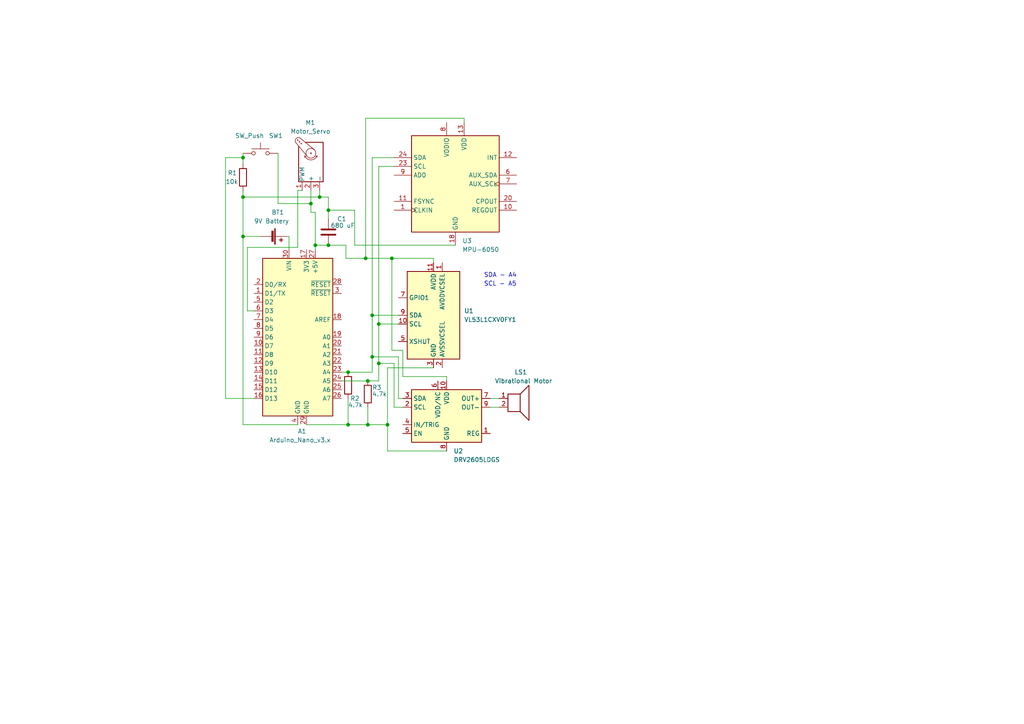
<source format=kicad_sch>
(kicad_sch (version 20211123) (generator eeschema)

  (uuid f8b485b0-0053-45ff-acaa-062e10357a2c)

  (paper "A4")

  (lib_symbols
    (symbol "Device:Battery_Cell" (pin_numbers hide) (pin_names (offset 0) hide) (in_bom yes) (on_board yes)
      (property "Reference" "BT" (id 0) (at 2.54 2.54 0)
        (effects (font (size 1.27 1.27)) (justify left))
      )
      (property "Value" "Battery_Cell" (id 1) (at 2.54 0 0)
        (effects (font (size 1.27 1.27)) (justify left))
      )
      (property "Footprint" "" (id 2) (at 0 1.524 90)
        (effects (font (size 1.27 1.27)) hide)
      )
      (property "Datasheet" "~" (id 3) (at 0 1.524 90)
        (effects (font (size 1.27 1.27)) hide)
      )
      (property "ki_keywords" "battery cell" (id 4) (at 0 0 0)
        (effects (font (size 1.27 1.27)) hide)
      )
      (property "ki_description" "Single-cell battery" (id 5) (at 0 0 0)
        (effects (font (size 1.27 1.27)) hide)
      )
      (symbol "Battery_Cell_0_1"
        (rectangle (start -2.286 1.778) (end 2.286 1.524)
          (stroke (width 0) (type default) (color 0 0 0 0))
          (fill (type outline))
        )
        (rectangle (start -1.5748 1.1938) (end 1.4732 0.6858)
          (stroke (width 0) (type default) (color 0 0 0 0))
          (fill (type outline))
        )
        (polyline
          (pts
            (xy 0 0.762)
            (xy 0 0)
          )
          (stroke (width 0) (type default) (color 0 0 0 0))
          (fill (type none))
        )
        (polyline
          (pts
            (xy 0 1.778)
            (xy 0 2.54)
          )
          (stroke (width 0) (type default) (color 0 0 0 0))
          (fill (type none))
        )
        (polyline
          (pts
            (xy 0.508 3.429)
            (xy 1.524 3.429)
          )
          (stroke (width 0.254) (type default) (color 0 0 0 0))
          (fill (type none))
        )
        (polyline
          (pts
            (xy 1.016 3.937)
            (xy 1.016 2.921)
          )
          (stroke (width 0.254) (type default) (color 0 0 0 0))
          (fill (type none))
        )
      )
      (symbol "Battery_Cell_1_1"
        (pin passive line (at 0 5.08 270) (length 2.54)
          (name "+" (effects (font (size 1.27 1.27))))
          (number "1" (effects (font (size 1.27 1.27))))
        )
        (pin passive line (at 0 -2.54 90) (length 2.54)
          (name "-" (effects (font (size 1.27 1.27))))
          (number "2" (effects (font (size 1.27 1.27))))
        )
      )
    )
    (symbol "Device:C" (pin_numbers hide) (pin_names (offset 0.254)) (in_bom yes) (on_board yes)
      (property "Reference" "C" (id 0) (at 0.635 2.54 0)
        (effects (font (size 1.27 1.27)) (justify left))
      )
      (property "Value" "C" (id 1) (at 0.635 -2.54 0)
        (effects (font (size 1.27 1.27)) (justify left))
      )
      (property "Footprint" "" (id 2) (at 0.9652 -3.81 0)
        (effects (font (size 1.27 1.27)) hide)
      )
      (property "Datasheet" "~" (id 3) (at 0 0 0)
        (effects (font (size 1.27 1.27)) hide)
      )
      (property "ki_keywords" "cap capacitor" (id 4) (at 0 0 0)
        (effects (font (size 1.27 1.27)) hide)
      )
      (property "ki_description" "Unpolarized capacitor" (id 5) (at 0 0 0)
        (effects (font (size 1.27 1.27)) hide)
      )
      (property "ki_fp_filters" "C_*" (id 6) (at 0 0 0)
        (effects (font (size 1.27 1.27)) hide)
      )
      (symbol "C_0_1"
        (polyline
          (pts
            (xy -2.032 -0.762)
            (xy 2.032 -0.762)
          )
          (stroke (width 0.508) (type default) (color 0 0 0 0))
          (fill (type none))
        )
        (polyline
          (pts
            (xy -2.032 0.762)
            (xy 2.032 0.762)
          )
          (stroke (width 0.508) (type default) (color 0 0 0 0))
          (fill (type none))
        )
      )
      (symbol "C_1_1"
        (pin passive line (at 0 3.81 270) (length 2.794)
          (name "~" (effects (font (size 1.27 1.27))))
          (number "1" (effects (font (size 1.27 1.27))))
        )
        (pin passive line (at 0 -3.81 90) (length 2.794)
          (name "~" (effects (font (size 1.27 1.27))))
          (number "2" (effects (font (size 1.27 1.27))))
        )
      )
    )
    (symbol "Device:R" (pin_numbers hide) (pin_names (offset 0)) (in_bom yes) (on_board yes)
      (property "Reference" "R" (id 0) (at 2.032 0 90)
        (effects (font (size 1.27 1.27)))
      )
      (property "Value" "R" (id 1) (at 0 0 90)
        (effects (font (size 1.27 1.27)))
      )
      (property "Footprint" "" (id 2) (at -1.778 0 90)
        (effects (font (size 1.27 1.27)) hide)
      )
      (property "Datasheet" "~" (id 3) (at 0 0 0)
        (effects (font (size 1.27 1.27)) hide)
      )
      (property "ki_keywords" "R res resistor" (id 4) (at 0 0 0)
        (effects (font (size 1.27 1.27)) hide)
      )
      (property "ki_description" "Resistor" (id 5) (at 0 0 0)
        (effects (font (size 1.27 1.27)) hide)
      )
      (property "ki_fp_filters" "R_*" (id 6) (at 0 0 0)
        (effects (font (size 1.27 1.27)) hide)
      )
      (symbol "R_0_1"
        (rectangle (start -1.016 -2.54) (end 1.016 2.54)
          (stroke (width 0.254) (type default) (color 0 0 0 0))
          (fill (type none))
        )
      )
      (symbol "R_1_1"
        (pin passive line (at 0 3.81 270) (length 1.27)
          (name "~" (effects (font (size 1.27 1.27))))
          (number "1" (effects (font (size 1.27 1.27))))
        )
        (pin passive line (at 0 -3.81 90) (length 1.27)
          (name "~" (effects (font (size 1.27 1.27))))
          (number "2" (effects (font (size 1.27 1.27))))
        )
      )
    )
    (symbol "Device:Speaker" (pin_names (offset 0) hide) (in_bom yes) (on_board yes)
      (property "Reference" "LS" (id 0) (at 1.27 5.715 0)
        (effects (font (size 1.27 1.27)) (justify right))
      )
      (property "Value" "Speaker" (id 1) (at 1.27 3.81 0)
        (effects (font (size 1.27 1.27)) (justify right))
      )
      (property "Footprint" "" (id 2) (at 0 -5.08 0)
        (effects (font (size 1.27 1.27)) hide)
      )
      (property "Datasheet" "~" (id 3) (at -0.254 -1.27 0)
        (effects (font (size 1.27 1.27)) hide)
      )
      (property "ki_keywords" "speaker sound" (id 4) (at 0 0 0)
        (effects (font (size 1.27 1.27)) hide)
      )
      (property "ki_description" "Speaker" (id 5) (at 0 0 0)
        (effects (font (size 1.27 1.27)) hide)
      )
      (symbol "Speaker_0_0"
        (rectangle (start -2.54 1.27) (end 1.016 -3.81)
          (stroke (width 0.254) (type default) (color 0 0 0 0))
          (fill (type none))
        )
        (polyline
          (pts
            (xy 1.016 1.27)
            (xy 3.556 3.81)
            (xy 3.556 -6.35)
            (xy 1.016 -3.81)
          )
          (stroke (width 0.254) (type default) (color 0 0 0 0))
          (fill (type none))
        )
      )
      (symbol "Speaker_1_1"
        (pin input line (at -5.08 0 0) (length 2.54)
          (name "1" (effects (font (size 1.27 1.27))))
          (number "1" (effects (font (size 1.27 1.27))))
        )
        (pin input line (at -5.08 -2.54 0) (length 2.54)
          (name "2" (effects (font (size 1.27 1.27))))
          (number "2" (effects (font (size 1.27 1.27))))
        )
      )
    )
    (symbol "Driver_Haptic:DRV2605LDGS" (in_bom yes) (on_board yes)
      (property "Reference" "U" (id 0) (at -10.16 8.255 0)
        (effects (font (size 1.27 1.27)) (justify left bottom))
      )
      (property "Value" "DRV2605LDGS" (id 1) (at 2.54 -8.89 0)
        (effects (font (size 1.27 1.27)) (justify left top))
      )
      (property "Footprint" "Package_SO:VSSOP-10_3x3mm_P0.5mm" (id 2) (at 0 0 0)
        (effects (font (size 1.27 1.27) italic) hide)
      )
      (property "Datasheet" "http://www.ti.com/lit/ds/symlink/drv2605l.pdf" (id 3) (at 0 0 0)
        (effects (font (size 1.27 1.27)) hide)
      )
      (property "ki_keywords" "haptic driver i2c" (id 4) (at 0 0 0)
        (effects (font (size 1.27 1.27)) hide)
      )
      (property "ki_description" "Haptic driver for LRAs and ERMs with effect library, 2-5.2V, VSSOP-10" (id 5) (at 0 0 0)
        (effects (font (size 1.27 1.27)) hide)
      )
      (property "ki_fp_filters" "VSSOP*3x3mm*P0.5mm*" (id 6) (at 0 0 0)
        (effects (font (size 1.27 1.27)) hide)
      )
      (symbol "DRV2605LDGS_0_1"
        (rectangle (start -10.16 7.62) (end 10.16 -7.62)
          (stroke (width 0.254) (type default) (color 0 0 0 0))
          (fill (type background))
        )
      )
      (symbol "DRV2605LDGS_1_1"
        (pin passive line (at 12.7 -5.08 180) (length 2.54)
          (name "REG" (effects (font (size 1.27 1.27))))
          (number "1" (effects (font (size 1.27 1.27))))
        )
        (pin power_in line (at 0 10.16 270) (length 2.54)
          (name "VDD" (effects (font (size 1.27 1.27))))
          (number "10" (effects (font (size 1.27 1.27))))
        )
        (pin input line (at -12.7 2.54 0) (length 2.54)
          (name "SCL" (effects (font (size 1.27 1.27))))
          (number "2" (effects (font (size 1.27 1.27))))
        )
        (pin bidirectional line (at -12.7 5.08 0) (length 2.54)
          (name "SDA" (effects (font (size 1.27 1.27))))
          (number "3" (effects (font (size 1.27 1.27))))
        )
        (pin input line (at -12.7 -2.54 0) (length 2.54)
          (name "IN/TRIG" (effects (font (size 1.27 1.27))))
          (number "4" (effects (font (size 1.27 1.27))))
        )
        (pin input line (at -12.7 -5.08 0) (length 2.54)
          (name "EN" (effects (font (size 1.27 1.27))))
          (number "5" (effects (font (size 1.27 1.27))))
        )
        (pin power_in line (at -2.54 10.16 270) (length 2.54)
          (name "VDD/NC" (effects (font (size 1.27 1.27))))
          (number "6" (effects (font (size 1.27 1.27))))
        )
        (pin output line (at 12.7 5.08 180) (length 2.54)
          (name "OUT+" (effects (font (size 1.27 1.27))))
          (number "7" (effects (font (size 1.27 1.27))))
        )
        (pin power_in line (at 0 -10.16 90) (length 2.54)
          (name "GND" (effects (font (size 1.27 1.27))))
          (number "8" (effects (font (size 1.27 1.27))))
        )
        (pin output line (at 12.7 2.54 180) (length 2.54)
          (name "OUT-" (effects (font (size 1.27 1.27))))
          (number "9" (effects (font (size 1.27 1.27))))
        )
      )
    )
    (symbol "MCU_Module:Arduino_Nano_v3.x" (in_bom yes) (on_board yes)
      (property "Reference" "A" (id 0) (at -10.16 23.495 0)
        (effects (font (size 1.27 1.27)) (justify left bottom))
      )
      (property "Value" "Arduino_Nano_v3.x" (id 1) (at 5.08 -24.13 0)
        (effects (font (size 1.27 1.27)) (justify left top))
      )
      (property "Footprint" "Module:Arduino_Nano" (id 2) (at 0 0 0)
        (effects (font (size 1.27 1.27) italic) hide)
      )
      (property "Datasheet" "http://www.mouser.com/pdfdocs/Gravitech_Arduino_Nano3_0.pdf" (id 3) (at 0 0 0)
        (effects (font (size 1.27 1.27)) hide)
      )
      (property "ki_keywords" "Arduino nano microcontroller module USB" (id 4) (at 0 0 0)
        (effects (font (size 1.27 1.27)) hide)
      )
      (property "ki_description" "Arduino Nano v3.x" (id 5) (at 0 0 0)
        (effects (font (size 1.27 1.27)) hide)
      )
      (property "ki_fp_filters" "Arduino*Nano*" (id 6) (at 0 0 0)
        (effects (font (size 1.27 1.27)) hide)
      )
      (symbol "Arduino_Nano_v3.x_0_1"
        (rectangle (start -10.16 22.86) (end 10.16 -22.86)
          (stroke (width 0.254) (type default) (color 0 0 0 0))
          (fill (type background))
        )
      )
      (symbol "Arduino_Nano_v3.x_1_1"
        (pin bidirectional line (at -12.7 12.7 0) (length 2.54)
          (name "D1/TX" (effects (font (size 1.27 1.27))))
          (number "1" (effects (font (size 1.27 1.27))))
        )
        (pin bidirectional line (at -12.7 -2.54 0) (length 2.54)
          (name "D7" (effects (font (size 1.27 1.27))))
          (number "10" (effects (font (size 1.27 1.27))))
        )
        (pin bidirectional line (at -12.7 -5.08 0) (length 2.54)
          (name "D8" (effects (font (size 1.27 1.27))))
          (number "11" (effects (font (size 1.27 1.27))))
        )
        (pin bidirectional line (at -12.7 -7.62 0) (length 2.54)
          (name "D9" (effects (font (size 1.27 1.27))))
          (number "12" (effects (font (size 1.27 1.27))))
        )
        (pin bidirectional line (at -12.7 -10.16 0) (length 2.54)
          (name "D10" (effects (font (size 1.27 1.27))))
          (number "13" (effects (font (size 1.27 1.27))))
        )
        (pin bidirectional line (at -12.7 -12.7 0) (length 2.54)
          (name "D11" (effects (font (size 1.27 1.27))))
          (number "14" (effects (font (size 1.27 1.27))))
        )
        (pin bidirectional line (at -12.7 -15.24 0) (length 2.54)
          (name "D12" (effects (font (size 1.27 1.27))))
          (number "15" (effects (font (size 1.27 1.27))))
        )
        (pin bidirectional line (at -12.7 -17.78 0) (length 2.54)
          (name "D13" (effects (font (size 1.27 1.27))))
          (number "16" (effects (font (size 1.27 1.27))))
        )
        (pin power_out line (at 2.54 25.4 270) (length 2.54)
          (name "3V3" (effects (font (size 1.27 1.27))))
          (number "17" (effects (font (size 1.27 1.27))))
        )
        (pin input line (at 12.7 5.08 180) (length 2.54)
          (name "AREF" (effects (font (size 1.27 1.27))))
          (number "18" (effects (font (size 1.27 1.27))))
        )
        (pin bidirectional line (at 12.7 0 180) (length 2.54)
          (name "A0" (effects (font (size 1.27 1.27))))
          (number "19" (effects (font (size 1.27 1.27))))
        )
        (pin bidirectional line (at -12.7 15.24 0) (length 2.54)
          (name "D0/RX" (effects (font (size 1.27 1.27))))
          (number "2" (effects (font (size 1.27 1.27))))
        )
        (pin bidirectional line (at 12.7 -2.54 180) (length 2.54)
          (name "A1" (effects (font (size 1.27 1.27))))
          (number "20" (effects (font (size 1.27 1.27))))
        )
        (pin bidirectional line (at 12.7 -5.08 180) (length 2.54)
          (name "A2" (effects (font (size 1.27 1.27))))
          (number "21" (effects (font (size 1.27 1.27))))
        )
        (pin bidirectional line (at 12.7 -7.62 180) (length 2.54)
          (name "A3" (effects (font (size 1.27 1.27))))
          (number "22" (effects (font (size 1.27 1.27))))
        )
        (pin bidirectional line (at 12.7 -10.16 180) (length 2.54)
          (name "A4" (effects (font (size 1.27 1.27))))
          (number "23" (effects (font (size 1.27 1.27))))
        )
        (pin bidirectional line (at 12.7 -12.7 180) (length 2.54)
          (name "A5" (effects (font (size 1.27 1.27))))
          (number "24" (effects (font (size 1.27 1.27))))
        )
        (pin bidirectional line (at 12.7 -15.24 180) (length 2.54)
          (name "A6" (effects (font (size 1.27 1.27))))
          (number "25" (effects (font (size 1.27 1.27))))
        )
        (pin bidirectional line (at 12.7 -17.78 180) (length 2.54)
          (name "A7" (effects (font (size 1.27 1.27))))
          (number "26" (effects (font (size 1.27 1.27))))
        )
        (pin power_out line (at 5.08 25.4 270) (length 2.54)
          (name "+5V" (effects (font (size 1.27 1.27))))
          (number "27" (effects (font (size 1.27 1.27))))
        )
        (pin input line (at 12.7 15.24 180) (length 2.54)
          (name "~{RESET}" (effects (font (size 1.27 1.27))))
          (number "28" (effects (font (size 1.27 1.27))))
        )
        (pin power_in line (at 2.54 -25.4 90) (length 2.54)
          (name "GND" (effects (font (size 1.27 1.27))))
          (number "29" (effects (font (size 1.27 1.27))))
        )
        (pin input line (at 12.7 12.7 180) (length 2.54)
          (name "~{RESET}" (effects (font (size 1.27 1.27))))
          (number "3" (effects (font (size 1.27 1.27))))
        )
        (pin power_in line (at -2.54 25.4 270) (length 2.54)
          (name "VIN" (effects (font (size 1.27 1.27))))
          (number "30" (effects (font (size 1.27 1.27))))
        )
        (pin power_in line (at 0 -25.4 90) (length 2.54)
          (name "GND" (effects (font (size 1.27 1.27))))
          (number "4" (effects (font (size 1.27 1.27))))
        )
        (pin bidirectional line (at -12.7 10.16 0) (length 2.54)
          (name "D2" (effects (font (size 1.27 1.27))))
          (number "5" (effects (font (size 1.27 1.27))))
        )
        (pin bidirectional line (at -12.7 7.62 0) (length 2.54)
          (name "D3" (effects (font (size 1.27 1.27))))
          (number "6" (effects (font (size 1.27 1.27))))
        )
        (pin bidirectional line (at -12.7 5.08 0) (length 2.54)
          (name "D4" (effects (font (size 1.27 1.27))))
          (number "7" (effects (font (size 1.27 1.27))))
        )
        (pin bidirectional line (at -12.7 2.54 0) (length 2.54)
          (name "D5" (effects (font (size 1.27 1.27))))
          (number "8" (effects (font (size 1.27 1.27))))
        )
        (pin bidirectional line (at -12.7 0 0) (length 2.54)
          (name "D6" (effects (font (size 1.27 1.27))))
          (number "9" (effects (font (size 1.27 1.27))))
        )
      )
    )
    (symbol "Motor:Motor_Servo" (pin_names (offset 0.0254)) (in_bom yes) (on_board yes)
      (property "Reference" "M" (id 0) (at -5.08 4.445 0)
        (effects (font (size 1.27 1.27)) (justify left))
      )
      (property "Value" "Motor_Servo" (id 1) (at -5.08 -4.064 0)
        (effects (font (size 1.27 1.27)) (justify left top))
      )
      (property "Footprint" "" (id 2) (at 0 -4.826 0)
        (effects (font (size 1.27 1.27)) hide)
      )
      (property "Datasheet" "http://forums.parallax.com/uploads/attachments/46831/74481.png" (id 3) (at 0 -4.826 0)
        (effects (font (size 1.27 1.27)) hide)
      )
      (property "ki_keywords" "Servo Motor" (id 4) (at 0 0 0)
        (effects (font (size 1.27 1.27)) hide)
      )
      (property "ki_description" "Servo Motor (Futaba, HiTec, JR connector)" (id 5) (at 0 0 0)
        (effects (font (size 1.27 1.27)) hide)
      )
      (property "ki_fp_filters" "PinHeader*P2.54mm*" (id 6) (at 0 0 0)
        (effects (font (size 1.27 1.27)) hide)
      )
      (symbol "Motor_Servo_0_1"
        (polyline
          (pts
            (xy 2.413 -1.778)
            (xy 2.032 -1.778)
          )
          (stroke (width 0) (type default) (color 0 0 0 0))
          (fill (type none))
        )
        (polyline
          (pts
            (xy 2.413 -1.778)
            (xy 2.286 -1.397)
          )
          (stroke (width 0) (type default) (color 0 0 0 0))
          (fill (type none))
        )
        (polyline
          (pts
            (xy 2.413 1.778)
            (xy 1.905 1.778)
          )
          (stroke (width 0) (type default) (color 0 0 0 0))
          (fill (type none))
        )
        (polyline
          (pts
            (xy 2.413 1.778)
            (xy 2.286 1.397)
          )
          (stroke (width 0) (type default) (color 0 0 0 0))
          (fill (type none))
        )
        (polyline
          (pts
            (xy 6.35 4.445)
            (xy 2.54 1.27)
          )
          (stroke (width 0) (type default) (color 0 0 0 0))
          (fill (type none))
        )
        (polyline
          (pts
            (xy 7.62 3.175)
            (xy 4.191 -1.016)
          )
          (stroke (width 0) (type default) (color 0 0 0 0))
          (fill (type none))
        )
        (polyline
          (pts
            (xy 5.08 3.556)
            (xy -5.08 3.556)
            (xy -5.08 -3.556)
            (xy 6.35 -3.556)
            (xy 6.35 1.524)
          )
          (stroke (width 0.254) (type default) (color 0 0 0 0))
          (fill (type none))
        )
        (arc (start 2.413 1.778) (mid 1.2406 0) (end 2.413 -1.778)
          (stroke (width 0) (type default) (color 0 0 0 0))
          (fill (type none))
        )
        (circle (center 3.175 0) (radius 0.1778)
          (stroke (width 0) (type default) (color 0 0 0 0))
          (fill (type none))
        )
        (circle (center 3.175 0) (radius 1.4224)
          (stroke (width 0) (type default) (color 0 0 0 0))
          (fill (type none))
        )
        (circle (center 5.969 2.794) (radius 0.127)
          (stroke (width 0) (type default) (color 0 0 0 0))
          (fill (type none))
        )
        (circle (center 6.477 3.302) (radius 0.127)
          (stroke (width 0) (type default) (color 0 0 0 0))
          (fill (type none))
        )
        (circle (center 6.985 3.81) (radius 0.127)
          (stroke (width 0) (type default) (color 0 0 0 0))
          (fill (type none))
        )
        (arc (start 7.62 3.175) (mid 7.4485 4.2735) (end 6.35 4.445)
          (stroke (width 0) (type default) (color 0 0 0 0))
          (fill (type none))
        )
      )
      (symbol "Motor_Servo_1_1"
        (pin passive line (at -7.62 2.54 0) (length 2.54)
          (name "PWM" (effects (font (size 1.27 1.27))))
          (number "1" (effects (font (size 1.27 1.27))))
        )
        (pin passive line (at -7.62 0 0) (length 2.54)
          (name "+" (effects (font (size 1.27 1.27))))
          (number "2" (effects (font (size 1.27 1.27))))
        )
        (pin passive line (at -7.62 -2.54 0) (length 2.54)
          (name "-" (effects (font (size 1.27 1.27))))
          (number "3" (effects (font (size 1.27 1.27))))
        )
      )
    )
    (symbol "Sensor_Distance:VL53L1CXV0FY1" (in_bom yes) (on_board yes)
      (property "Reference" "U" (id 0) (at -6.35 13.97 0)
        (effects (font (size 1.27 1.27)))
      )
      (property "Value" "VL53L1CXV0FY1" (id 1) (at 12.065 13.97 0)
        (effects (font (size 1.27 1.27)))
      )
      (property "Footprint" "Sensor_Distance:ST_VL53L1x" (id 2) (at 17.145 -13.97 0)
        (effects (font (size 1.27 1.27)) hide)
      )
      (property "Datasheet" "https://www.st.com/resource/en/datasheet/vl53l1x.pdf" (id 3) (at 2.54 0 0)
        (effects (font (size 1.27 1.27)) hide)
      )
      (property "ki_keywords" "VL53L1x ToF" (id 4) (at 0 0 0)
        (effects (font (size 1.27 1.27)) hide)
      )
      (property "ki_description" "4m distance ranging ToF sensor" (id 5) (at 0 0 0)
        (effects (font (size 1.27 1.27)) hide)
      )
      (property "ki_fp_filters" "ST*VL53L1x*" (id 6) (at 0 0 0)
        (effects (font (size 1.27 1.27)) hide)
      )
      (symbol "VL53L1CXV0FY1_0_1"
        (rectangle (start -7.62 12.7) (end 7.62 -12.7)
          (stroke (width 0.254) (type default) (color 0 0 0 0))
          (fill (type background))
        )
      )
      (symbol "VL53L1CXV0FY1_1_1"
        (pin power_in line (at 2.54 15.24 270) (length 2.54)
          (name "AVDDVCSEL" (effects (font (size 1.27 1.27))))
          (number "1" (effects (font (size 1.27 1.27))))
        )
        (pin input line (at -10.16 -2.54 0) (length 2.54)
          (name "SCL" (effects (font (size 1.27 1.27))))
          (number "10" (effects (font (size 1.27 1.27))))
        )
        (pin power_in line (at 0 15.24 270) (length 2.54)
          (name "AVDD" (effects (font (size 1.27 1.27))))
          (number "11" (effects (font (size 1.27 1.27))))
        )
        (pin passive line (at 0 -15.24 90) (length 2.54) hide
          (name "GND" (effects (font (size 1.27 1.27))))
          (number "12" (effects (font (size 1.27 1.27))))
        )
        (pin power_in line (at 2.54 -15.24 90) (length 2.54)
          (name "AVSSVCSEL" (effects (font (size 1.27 1.27))))
          (number "2" (effects (font (size 1.27 1.27))))
        )
        (pin power_in line (at 0 -15.24 90) (length 2.54)
          (name "GND" (effects (font (size 1.27 1.27))))
          (number "3" (effects (font (size 1.27 1.27))))
        )
        (pin passive line (at 0 -15.24 90) (length 2.54) hide
          (name "GND" (effects (font (size 1.27 1.27))))
          (number "4" (effects (font (size 1.27 1.27))))
        )
        (pin input line (at -10.16 -7.62 0) (length 2.54)
          (name "XSHUT" (effects (font (size 1.27 1.27))))
          (number "5" (effects (font (size 1.27 1.27))))
        )
        (pin passive line (at 0 -15.24 90) (length 2.54) hide
          (name "GND" (effects (font (size 1.27 1.27))))
          (number "6" (effects (font (size 1.27 1.27))))
        )
        (pin open_collector line (at -10.16 5.08 0) (length 2.54)
          (name "GPIO1" (effects (font (size 1.27 1.27))))
          (number "7" (effects (font (size 1.27 1.27))))
        )
        (pin no_connect line (at -7.62 7.62 0) (length 2.54) hide
          (name "DNC" (effects (font (size 1.27 1.27))))
          (number "8" (effects (font (size 1.27 1.27))))
        )
        (pin bidirectional line (at -10.16 0 0) (length 2.54)
          (name "SDA" (effects (font (size 1.27 1.27))))
          (number "9" (effects (font (size 1.27 1.27))))
        )
      )
    )
    (symbol "Sensor_Motion:MPU-6050" (in_bom yes) (on_board yes)
      (property "Reference" "U" (id 0) (at -11.43 13.97 0)
        (effects (font (size 1.27 1.27)))
      )
      (property "Value" "MPU-6050" (id 1) (at 7.62 -15.24 0)
        (effects (font (size 1.27 1.27)))
      )
      (property "Footprint" "Sensor_Motion:InvenSense_QFN-24_4x4mm_P0.5mm" (id 2) (at 0 -20.32 0)
        (effects (font (size 1.27 1.27)) hide)
      )
      (property "Datasheet" "https://store.invensense.com/datasheets/invensense/MPU-6050_DataSheet_V3%204.pdf" (id 3) (at 0 -3.81 0)
        (effects (font (size 1.27 1.27)) hide)
      )
      (property "ki_keywords" "mems" (id 4) (at 0 0 0)
        (effects (font (size 1.27 1.27)) hide)
      )
      (property "ki_description" "InvenSense 6-Axis Motion Sensor, Gyroscope, Accelerometer, I2C" (id 5) (at 0 0 0)
        (effects (font (size 1.27 1.27)) hide)
      )
      (property "ki_fp_filters" "*QFN*4x4mm*P0.5mm*" (id 6) (at 0 0 0)
        (effects (font (size 1.27 1.27)) hide)
      )
      (symbol "MPU-6050_0_0"
        (text "" (at 12.7 -2.54 0)
          (effects (font (size 1.27 1.27)))
        )
      )
      (symbol "MPU-6050_0_1"
        (rectangle (start -12.7 13.97) (end 12.7 -13.97)
          (stroke (width 0.254) (type default) (color 0 0 0 0))
          (fill (type background))
        )
      )
      (symbol "MPU-6050_1_1"
        (pin input clock (at -17.78 -7.62 0) (length 5.08)
          (name "CLKIN" (effects (font (size 1.27 1.27))))
          (number "1" (effects (font (size 1.27 1.27))))
        )
        (pin passive line (at 17.78 -7.62 180) (length 5.08)
          (name "REGOUT" (effects (font (size 1.27 1.27))))
          (number "10" (effects (font (size 1.27 1.27))))
        )
        (pin input line (at -17.78 -5.08 0) (length 5.08)
          (name "FSYNC" (effects (font (size 1.27 1.27))))
          (number "11" (effects (font (size 1.27 1.27))))
        )
        (pin output line (at 17.78 7.62 180) (length 5.08)
          (name "INT" (effects (font (size 1.27 1.27))))
          (number "12" (effects (font (size 1.27 1.27))))
        )
        (pin power_in line (at 2.54 17.78 270) (length 3.81)
          (name "VDD" (effects (font (size 1.27 1.27))))
          (number "13" (effects (font (size 1.27 1.27))))
        )
        (pin no_connect line (at -12.7 -10.16 0) (length 2.54) hide
          (name "NC" (effects (font (size 1.27 1.27))))
          (number "14" (effects (font (size 1.27 1.27))))
        )
        (pin no_connect line (at 12.7 12.7 180) (length 2.54) hide
          (name "NC" (effects (font (size 1.27 1.27))))
          (number "15" (effects (font (size 1.27 1.27))))
        )
        (pin no_connect line (at 12.7 10.16 180) (length 2.54) hide
          (name "NC" (effects (font (size 1.27 1.27))))
          (number "16" (effects (font (size 1.27 1.27))))
        )
        (pin no_connect line (at 12.7 5.08 180) (length 2.54) hide
          (name "NC" (effects (font (size 1.27 1.27))))
          (number "17" (effects (font (size 1.27 1.27))))
        )
        (pin power_in line (at 0 -17.78 90) (length 3.81)
          (name "GND" (effects (font (size 1.27 1.27))))
          (number "18" (effects (font (size 1.27 1.27))))
        )
        (pin no_connect line (at 12.7 -10.16 180) (length 2.54) hide
          (name "NC" (effects (font (size 1.27 1.27))))
          (number "19" (effects (font (size 1.27 1.27))))
        )
        (pin no_connect line (at -12.7 12.7 0) (length 2.54) hide
          (name "NC" (effects (font (size 1.27 1.27))))
          (number "2" (effects (font (size 1.27 1.27))))
        )
        (pin passive line (at 17.78 -5.08 180) (length 5.08)
          (name "CPOUT" (effects (font (size 1.27 1.27))))
          (number "20" (effects (font (size 1.27 1.27))))
        )
        (pin no_connect line (at 12.7 -2.54 180) (length 2.54) hide
          (name "NC" (effects (font (size 1.27 1.27))))
          (number "21" (effects (font (size 1.27 1.27))))
        )
        (pin no_connect line (at 12.7 -12.7 180) (length 2.54) hide
          (name "NC" (effects (font (size 1.27 1.27))))
          (number "22" (effects (font (size 1.27 1.27))))
        )
        (pin input line (at -17.78 5.08 0) (length 5.08)
          (name "SCL" (effects (font (size 1.27 1.27))))
          (number "23" (effects (font (size 1.27 1.27))))
        )
        (pin bidirectional line (at -17.78 7.62 0) (length 5.08)
          (name "SDA" (effects (font (size 1.27 1.27))))
          (number "24" (effects (font (size 1.27 1.27))))
        )
        (pin no_connect line (at -12.7 10.16 0) (length 2.54) hide
          (name "NC" (effects (font (size 1.27 1.27))))
          (number "3" (effects (font (size 1.27 1.27))))
        )
        (pin no_connect line (at -12.7 0 0) (length 2.54) hide
          (name "NC" (effects (font (size 1.27 1.27))))
          (number "4" (effects (font (size 1.27 1.27))))
        )
        (pin no_connect line (at -12.7 -2.54 0) (length 2.54) hide
          (name "NC" (effects (font (size 1.27 1.27))))
          (number "5" (effects (font (size 1.27 1.27))))
        )
        (pin bidirectional line (at 17.78 2.54 180) (length 5.08)
          (name "AUX_SDA" (effects (font (size 1.27 1.27))))
          (number "6" (effects (font (size 1.27 1.27))))
        )
        (pin output clock (at 17.78 0 180) (length 5.08)
          (name "AUX_SCL" (effects (font (size 1.27 1.27))))
          (number "7" (effects (font (size 1.27 1.27))))
        )
        (pin power_in line (at -2.54 17.78 270) (length 3.81)
          (name "VDDIO" (effects (font (size 1.27 1.27))))
          (number "8" (effects (font (size 1.27 1.27))))
        )
        (pin input line (at -17.78 2.54 0) (length 5.08)
          (name "AD0" (effects (font (size 1.27 1.27))))
          (number "9" (effects (font (size 1.27 1.27))))
        )
      )
    )
    (symbol "Switch:SW_Push" (pin_numbers hide) (pin_names (offset 1.016) hide) (in_bom yes) (on_board yes)
      (property "Reference" "SW" (id 0) (at 1.27 2.54 0)
        (effects (font (size 1.27 1.27)) (justify left))
      )
      (property "Value" "SW_Push" (id 1) (at 0 -1.524 0)
        (effects (font (size 1.27 1.27)))
      )
      (property "Footprint" "" (id 2) (at 0 5.08 0)
        (effects (font (size 1.27 1.27)) hide)
      )
      (property "Datasheet" "~" (id 3) (at 0 5.08 0)
        (effects (font (size 1.27 1.27)) hide)
      )
      (property "ki_keywords" "switch normally-open pushbutton push-button" (id 4) (at 0 0 0)
        (effects (font (size 1.27 1.27)) hide)
      )
      (property "ki_description" "Push button switch, generic, two pins" (id 5) (at 0 0 0)
        (effects (font (size 1.27 1.27)) hide)
      )
      (symbol "SW_Push_0_1"
        (circle (center -2.032 0) (radius 0.508)
          (stroke (width 0) (type default) (color 0 0 0 0))
          (fill (type none))
        )
        (polyline
          (pts
            (xy 0 1.27)
            (xy 0 3.048)
          )
          (stroke (width 0) (type default) (color 0 0 0 0))
          (fill (type none))
        )
        (polyline
          (pts
            (xy 2.54 1.27)
            (xy -2.54 1.27)
          )
          (stroke (width 0) (type default) (color 0 0 0 0))
          (fill (type none))
        )
        (circle (center 2.032 0) (radius 0.508)
          (stroke (width 0) (type default) (color 0 0 0 0))
          (fill (type none))
        )
        (pin passive line (at -5.08 0 0) (length 2.54)
          (name "1" (effects (font (size 1.27 1.27))))
          (number "1" (effects (font (size 1.27 1.27))))
        )
        (pin passive line (at 5.08 0 180) (length 2.54)
          (name "2" (effects (font (size 1.27 1.27))))
          (number "2" (effects (font (size 1.27 1.27))))
        )
      )
    )
  )

  (junction (at 112.395 123.19) (diameter 0) (color 0 0 0 0)
    (uuid 01f8bc1d-8bed-4d70-9ecb-3e9cccbb4d11)
  )
  (junction (at 113.665 74.93) (diameter 0) (color 0 0 0 0)
    (uuid 0269a8ee-1ea3-4683-bc09-37acf46932b8)
  )
  (junction (at 70.485 45.72) (diameter 0) (color 0 0 0 0)
    (uuid 0d64efca-4d97-4706-a9fe-78a97e8f1352)
  )
  (junction (at 109.855 93.98) (diameter 0) (color 0 0 0 0)
    (uuid 0f327e3f-3a02-47b6-9aec-124fe501736a)
  )
  (junction (at 106.68 110.49) (diameter 0) (color 0 0 0 0)
    (uuid 13458bb1-2521-4080-983c-689ef5755aa3)
  )
  (junction (at 100.965 107.95) (diameter 0) (color 0 0 0 0)
    (uuid 1abafe66-bcb1-4700-bbc8-e8e6fada2499)
  )
  (junction (at 109.855 105.41) (diameter 0) (color 0 0 0 0)
    (uuid 33ba9ef4-5315-4fd6-9b5e-f995e7c0456d)
  )
  (junction (at 107.95 91.44) (diameter 0) (color 0 0 0 0)
    (uuid 50c6c1d8-fddc-4d9a-9c11-5a09170f4fc2)
  )
  (junction (at 107.95 103.505) (diameter 0) (color 0 0 0 0)
    (uuid 6d50299d-41ff-43a1-8754-5f41b975b0b3)
  )
  (junction (at 106.68 123.19) (diameter 0) (color 0 0 0 0)
    (uuid 6e80db01-3da0-432a-a0ec-a0b23dbe6685)
  )
  (junction (at 95.25 71.12) (diameter 0) (color 0 0 0 0)
    (uuid 737e075e-5594-4de0-8ddc-8b0cd33fc97a)
  )
  (junction (at 106.045 74.93) (diameter 0) (color 0 0 0 0)
    (uuid 76660fbd-77fb-47d3-b7f3-8a4621129d90)
  )
  (junction (at 91.44 71.12) (diameter 0) (color 0 0 0 0)
    (uuid 79893f4a-1c99-45b3-8387-a4dec3cb3e8e)
  )
  (junction (at 92.71 57.15) (diameter 0) (color 0 0 0 0)
    (uuid 95f95900-ce98-4980-a4a0-fd4f9f69288c)
  )
  (junction (at 100.965 123.19) (diameter 0) (color 0 0 0 0)
    (uuid b6d47b26-c8af-4844-88b3-23df3c4408df)
  )
  (junction (at 70.485 68.58) (diameter 0) (color 0 0 0 0)
    (uuid bafa705d-f159-4a14-88ff-20ee6ddc70b7)
  )
  (junction (at 70.485 57.15) (diameter 0) (color 0 0 0 0)
    (uuid c501c337-a529-4e43-8acd-50afaabfd25c)
  )
  (junction (at 95.25 60.96) (diameter 0) (color 0 0 0 0)
    (uuid c96f27b7-206b-42ce-8fdb-4eddf53fb614)
  )
  (junction (at 90.17 59.055) (diameter 0) (color 0 0 0 0)
    (uuid fd78c3e7-635d-4bc4-b21a-3ea436fc33a0)
  )

  (wire (pts (xy 116.84 101.6) (xy 113.665 101.6))
    (stroke (width 0) (type default) (color 0 0 0 0))
    (uuid 0430ad7a-b86d-4d0b-ae23-1c6e7775147e)
  )
  (wire (pts (xy 70.485 57.15) (xy 70.485 68.58))
    (stroke (width 0) (type default) (color 0 0 0 0))
    (uuid 0458900a-9915-4c9d-8afc-73ed15cd56b5)
  )
  (wire (pts (xy 114.3 105.41) (xy 109.855 105.41))
    (stroke (width 0) (type default) (color 0 0 0 0))
    (uuid 0e0b1d30-4e31-447d-995a-91b476af549d)
  )
  (wire (pts (xy 112.395 106.68) (xy 112.395 123.19))
    (stroke (width 0) (type default) (color 0 0 0 0))
    (uuid 0ea649e7-55a9-4751-90d2-6545ca778da8)
  )
  (wire (pts (xy 95.25 71.12) (xy 91.44 71.12))
    (stroke (width 0) (type default) (color 0 0 0 0))
    (uuid 1054b3a1-a6c9-4997-afdb-2c966d61992e)
  )
  (wire (pts (xy 109.855 93.98) (xy 115.57 93.98))
    (stroke (width 0) (type default) (color 0 0 0 0))
    (uuid 105c5f57-7762-4b4c-97c7-53b5e3a6693f)
  )
  (wire (pts (xy 95.25 57.15) (xy 92.71 57.15))
    (stroke (width 0) (type default) (color 0 0 0 0))
    (uuid 12914bbf-9336-4aab-8218-64eb36561444)
  )
  (wire (pts (xy 107.95 45.72) (xy 107.95 91.44))
    (stroke (width 0) (type default) (color 0 0 0 0))
    (uuid 1698f333-f87e-4b10-a662-b72b5cfe3dbc)
  )
  (wire (pts (xy 142.24 115.57) (xy 144.78 115.57))
    (stroke (width 0) (type default) (color 0 0 0 0))
    (uuid 183a4181-3894-4ae6-8a6a-daf81d44d2f2)
  )
  (wire (pts (xy 115.57 103.505) (xy 107.95 103.505))
    (stroke (width 0) (type default) (color 0 0 0 0))
    (uuid 1c2b8059-4d70-457c-b2d4-7ef273e62767)
  )
  (wire (pts (xy 116.84 109.22) (xy 116.84 101.6))
    (stroke (width 0) (type default) (color 0 0 0 0))
    (uuid 1d26bbe0-8564-42ea-8faf-ffd4a411081b)
  )
  (wire (pts (xy 70.485 45.72) (xy 70.485 47.625))
    (stroke (width 0) (type default) (color 0 0 0 0))
    (uuid 1e52126b-a328-4980-a901-b12c2200439e)
  )
  (wire (pts (xy 102.87 60.96) (xy 102.87 71.12))
    (stroke (width 0) (type default) (color 0 0 0 0))
    (uuid 1edb9dc8-c97a-4608-bdbf-5cf67b6f591f)
  )
  (wire (pts (xy 88.9 123.19) (xy 100.965 123.19))
    (stroke (width 0) (type default) (color 0 0 0 0))
    (uuid 229840f9-5c50-457f-b8e0-3fc0e917d0b4)
  )
  (wire (pts (xy 95.25 63.5) (xy 95.25 60.96))
    (stroke (width 0) (type default) (color 0 0 0 0))
    (uuid 27c00901-43db-45e6-a48c-fa02740ec69d)
  )
  (wire (pts (xy 100.965 115.57) (xy 100.965 123.19))
    (stroke (width 0) (type default) (color 0 0 0 0))
    (uuid 34226d87-b58f-4369-95e5-0fc011dbdfbe)
  )
  (wire (pts (xy 125.73 106.68) (xy 112.395 106.68))
    (stroke (width 0) (type default) (color 0 0 0 0))
    (uuid 3d412e6e-2ed6-4fc1-b5e8-98a6ca0a72f0)
  )
  (wire (pts (xy 73.66 90.17) (xy 71.755 90.17))
    (stroke (width 0) (type default) (color 0 0 0 0))
    (uuid 438052bb-7a38-473a-a60e-f5e38dfe2b22)
  )
  (wire (pts (xy 70.485 55.245) (xy 70.485 57.15))
    (stroke (width 0) (type default) (color 0 0 0 0))
    (uuid 446a65b9-f91f-451e-805d-b897bdd9df1f)
  )
  (wire (pts (xy 65.405 45.72) (xy 65.405 115.57))
    (stroke (width 0) (type default) (color 0 0 0 0))
    (uuid 4693e92e-5444-450e-9167-8188f4633dd9)
  )
  (wire (pts (xy 112.395 130.81) (xy 112.395 123.19))
    (stroke (width 0) (type default) (color 0 0 0 0))
    (uuid 46c49723-2e80-4cb1-bccf-ff4437bbf7fe)
  )
  (wire (pts (xy 134.62 35.56) (xy 134.62 34.29))
    (stroke (width 0) (type default) (color 0 0 0 0))
    (uuid 49221167-cce6-485a-910f-26336a500d37)
  )
  (wire (pts (xy 106.68 118.11) (xy 106.68 123.19))
    (stroke (width 0) (type default) (color 0 0 0 0))
    (uuid 4989ad4a-b4a1-4d8e-acc6-220df9238907)
  )
  (wire (pts (xy 106.045 74.93) (xy 106.045 34.29))
    (stroke (width 0) (type default) (color 0 0 0 0))
    (uuid 4e935070-f992-4bda-bbbf-5ae17c807670)
  )
  (wire (pts (xy 95.25 71.12) (xy 100.33 71.12))
    (stroke (width 0) (type default) (color 0 0 0 0))
    (uuid 4fa3767b-b9d7-44d8-ba52-6d676c84b546)
  )
  (wire (pts (xy 115.57 115.57) (xy 115.57 103.505))
    (stroke (width 0) (type default) (color 0 0 0 0))
    (uuid 501dbf45-d197-44d4-86f5-97df4211986e)
  )
  (wire (pts (xy 106.045 34.29) (xy 134.62 34.29))
    (stroke (width 0) (type default) (color 0 0 0 0))
    (uuid 522272b2-adf0-4248-a1dd-c94290d00df0)
  )
  (wire (pts (xy 90.17 59.055) (xy 90.17 55.245))
    (stroke (width 0) (type default) (color 0 0 0 0))
    (uuid 575687fc-6f8e-40ac-872a-a7b00afbe571)
  )
  (wire (pts (xy 91.44 61.595) (xy 91.44 71.12))
    (stroke (width 0) (type default) (color 0 0 0 0))
    (uuid 5960d728-a4ad-4240-85d2-21fdc132774f)
  )
  (wire (pts (xy 109.855 110.49) (xy 109.855 105.41))
    (stroke (width 0) (type default) (color 0 0 0 0))
    (uuid 61d4c341-5bf6-4515-86cd-5bf568beb0e6)
  )
  (wire (pts (xy 86.36 71.755) (xy 86.36 55.245))
    (stroke (width 0) (type default) (color 0 0 0 0))
    (uuid 6a9eefd5-f853-4084-a219-5c8b481b9059)
  )
  (wire (pts (xy 129.54 109.22) (xy 116.84 109.22))
    (stroke (width 0) (type default) (color 0 0 0 0))
    (uuid 6c7fa527-14e6-46c8-834e-7427cf6db53d)
  )
  (wire (pts (xy 71.755 90.17) (xy 71.755 71.755))
    (stroke (width 0) (type default) (color 0 0 0 0))
    (uuid 6ddab477-39f6-41ac-ab82-8ae1cac09b5a)
  )
  (wire (pts (xy 71.755 71.755) (xy 86.36 71.755))
    (stroke (width 0) (type default) (color 0 0 0 0))
    (uuid 6f2e84f4-a0b1-4592-abfe-c9bc9dc34ccd)
  )
  (wire (pts (xy 70.485 123.19) (xy 70.485 68.58))
    (stroke (width 0) (type default) (color 0 0 0 0))
    (uuid 748f4dfd-cd84-4cf8-8b25-52005cfe71c2)
  )
  (wire (pts (xy 109.855 48.26) (xy 109.855 93.98))
    (stroke (width 0) (type default) (color 0 0 0 0))
    (uuid 762cb312-a0f5-4663-bb14-58b6789d4e8c)
  )
  (wire (pts (xy 100.965 107.95) (xy 107.95 107.95))
    (stroke (width 0) (type default) (color 0 0 0 0))
    (uuid 79be739d-0d1f-4fae-b00d-d85dcfcd8d1a)
  )
  (wire (pts (xy 106.68 123.19) (xy 112.395 123.19))
    (stroke (width 0) (type default) (color 0 0 0 0))
    (uuid 7d2e3a58-9e1c-4015-be03-8624655ee4ee)
  )
  (wire (pts (xy 102.87 71.12) (xy 132.08 71.12))
    (stroke (width 0) (type default) (color 0 0 0 0))
    (uuid 843a6688-7cdb-4450-a195-885da357c7bf)
  )
  (wire (pts (xy 99.06 107.95) (xy 100.965 107.95))
    (stroke (width 0) (type default) (color 0 0 0 0))
    (uuid 873c4b40-13d7-45cf-ae6d-69b7a8a4f5ba)
  )
  (wire (pts (xy 107.95 103.505) (xy 107.95 91.44))
    (stroke (width 0) (type default) (color 0 0 0 0))
    (uuid 8bae6117-b03e-411f-abdb-85733fdcd3b4)
  )
  (wire (pts (xy 95.25 60.96) (xy 95.25 57.15))
    (stroke (width 0) (type default) (color 0 0 0 0))
    (uuid 8bafe552-fdbf-450c-8e2c-ccd4c98fa9b8)
  )
  (wire (pts (xy 90.17 61.595) (xy 90.17 59.055))
    (stroke (width 0) (type default) (color 0 0 0 0))
    (uuid 8e489edd-2e57-4594-be13-1d0ecba7ee59)
  )
  (wire (pts (xy 83.82 68.58) (xy 83.82 72.39))
    (stroke (width 0) (type default) (color 0 0 0 0))
    (uuid 9272a6f4-a387-44e8-8a12-31f75c08c5f7)
  )
  (wire (pts (xy 107.95 91.44) (xy 115.57 91.44))
    (stroke (width 0) (type default) (color 0 0 0 0))
    (uuid 9693dc0e-ee17-42b4-9297-4514b4b3cbe3)
  )
  (wire (pts (xy 91.44 61.595) (xy 90.17 61.595))
    (stroke (width 0) (type default) (color 0 0 0 0))
    (uuid 9c2370a1-75c9-44af-9881-11b1d0ea0ed0)
  )
  (wire (pts (xy 125.73 76.2) (xy 125.73 74.93))
    (stroke (width 0) (type default) (color 0 0 0 0))
    (uuid 9f3cca3d-84f4-41c0-9e17-35c8ee9b658f)
  )
  (wire (pts (xy 113.665 74.93) (xy 106.045 74.93))
    (stroke (width 0) (type default) (color 0 0 0 0))
    (uuid a0322acf-74e3-42f1-8d0d-b99f1b66db19)
  )
  (wire (pts (xy 129.54 110.49) (xy 129.54 109.22))
    (stroke (width 0) (type default) (color 0 0 0 0))
    (uuid a037a9fa-c04d-4276-9d38-edfdf3cf9fd1)
  )
  (wire (pts (xy 106.68 110.49) (xy 109.855 110.49))
    (stroke (width 0) (type default) (color 0 0 0 0))
    (uuid a433e2e3-0d83-4287-a7ac-e5010b6de7fb)
  )
  (wire (pts (xy 70.485 44.45) (xy 70.485 45.72))
    (stroke (width 0) (type default) (color 0 0 0 0))
    (uuid aaabf45b-7d29-438c-959c-4f1c7800d7da)
  )
  (wire (pts (xy 92.71 55.245) (xy 92.71 57.15))
    (stroke (width 0) (type default) (color 0 0 0 0))
    (uuid af8e9372-5d56-4303-bd9d-436c370b8a87)
  )
  (wire (pts (xy 91.44 71.12) (xy 91.44 72.39))
    (stroke (width 0) (type default) (color 0 0 0 0))
    (uuid b29b5223-c4fa-44c6-a89b-06c81c7a77af)
  )
  (wire (pts (xy 86.36 55.245) (xy 87.63 55.245))
    (stroke (width 0) (type default) (color 0 0 0 0))
    (uuid b4b372b8-db8f-44b6-bc6f-a17b896dafa4)
  )
  (wire (pts (xy 114.3 118.11) (xy 114.3 105.41))
    (stroke (width 0) (type default) (color 0 0 0 0))
    (uuid b5696267-861e-42d6-a0d8-850d504efd41)
  )
  (wire (pts (xy 99.06 110.49) (xy 106.68 110.49))
    (stroke (width 0) (type default) (color 0 0 0 0))
    (uuid b8191183-e91b-47e9-9547-69eab2477efa)
  )
  (wire (pts (xy 107.95 107.95) (xy 107.95 103.505))
    (stroke (width 0) (type default) (color 0 0 0 0))
    (uuid b847cde9-4d49-4b7c-a241-81f34da9f675)
  )
  (wire (pts (xy 95.25 60.96) (xy 102.87 60.96))
    (stroke (width 0) (type default) (color 0 0 0 0))
    (uuid b958db9b-edf7-4118-9423-df7c8b761701)
  )
  (wire (pts (xy 114.3 48.26) (xy 109.855 48.26))
    (stroke (width 0) (type default) (color 0 0 0 0))
    (uuid bb1fcaf1-2baa-4f80-8e7a-5ce238a31435)
  )
  (wire (pts (xy 116.84 118.11) (xy 114.3 118.11))
    (stroke (width 0) (type default) (color 0 0 0 0))
    (uuid bc4a50a8-13fd-4329-ba7d-ed2230945c77)
  )
  (wire (pts (xy 142.24 118.11) (xy 144.78 118.11))
    (stroke (width 0) (type default) (color 0 0 0 0))
    (uuid c0be0b50-17a4-429b-9293-6690c5ed48ca)
  )
  (wire (pts (xy 106.045 74.93) (xy 100.33 74.93))
    (stroke (width 0) (type default) (color 0 0 0 0))
    (uuid cc54695c-b864-4905-b1c0-154c47a36477)
  )
  (wire (pts (xy 109.855 105.41) (xy 109.855 93.98))
    (stroke (width 0) (type default) (color 0 0 0 0))
    (uuid cd7142e4-6e01-4db8-9586-3e97bd84dacc)
  )
  (wire (pts (xy 113.665 101.6) (xy 113.665 74.93))
    (stroke (width 0) (type default) (color 0 0 0 0))
    (uuid d026acea-1668-4c77-b845-6e1abb7e91cf)
  )
  (wire (pts (xy 86.36 123.19) (xy 70.485 123.19))
    (stroke (width 0) (type default) (color 0 0 0 0))
    (uuid d119ef47-fa2e-49ff-9a0a-080b6d91541c)
  )
  (wire (pts (xy 70.485 68.58) (xy 75.565 68.58))
    (stroke (width 0) (type default) (color 0 0 0 0))
    (uuid d27d6979-416a-437a-8ae2-940248023129)
  )
  (wire (pts (xy 100.965 123.19) (xy 106.68 123.19))
    (stroke (width 0) (type default) (color 0 0 0 0))
    (uuid dad0dafc-7071-4096-82ca-3809b7800407)
  )
  (wire (pts (xy 70.485 45.72) (xy 65.405 45.72))
    (stroke (width 0) (type default) (color 0 0 0 0))
    (uuid dc5077c8-b687-4156-8bea-bbf18e730a1e)
  )
  (wire (pts (xy 80.645 59.055) (xy 90.17 59.055))
    (stroke (width 0) (type default) (color 0 0 0 0))
    (uuid dc6cea72-043a-4925-9ac7-05375a652f1b)
  )
  (wire (pts (xy 80.645 44.45) (xy 80.645 59.055))
    (stroke (width 0) (type default) (color 0 0 0 0))
    (uuid e6d93ef3-699c-4916-a852-f6c8fdf02b20)
  )
  (wire (pts (xy 114.3 45.72) (xy 107.95 45.72))
    (stroke (width 0) (type default) (color 0 0 0 0))
    (uuid ed0158a1-b195-475f-8a4d-96382cc35edd)
  )
  (wire (pts (xy 70.485 57.15) (xy 92.71 57.15))
    (stroke (width 0) (type default) (color 0 0 0 0))
    (uuid f01b2ccd-3df8-4984-b799-a25a642cf0f0)
  )
  (wire (pts (xy 83.185 68.58) (xy 83.82 68.58))
    (stroke (width 0) (type default) (color 0 0 0 0))
    (uuid f0a20f0d-8751-4522-9284-a9ceb0fdf74e)
  )
  (wire (pts (xy 125.73 74.93) (xy 113.665 74.93))
    (stroke (width 0) (type default) (color 0 0 0 0))
    (uuid f13db56d-ca9e-4599-bdae-ae22092ec511)
  )
  (wire (pts (xy 129.54 130.81) (xy 112.395 130.81))
    (stroke (width 0) (type default) (color 0 0 0 0))
    (uuid f34a6dc3-bfb2-4e3f-9fa0-2c9e7b5481e1)
  )
  (wire (pts (xy 100.33 74.93) (xy 100.33 71.12))
    (stroke (width 0) (type default) (color 0 0 0 0))
    (uuid f36dbfcd-80ad-4001-87fb-f4f90b05d8d3)
  )
  (wire (pts (xy 65.405 115.57) (xy 73.66 115.57))
    (stroke (width 0) (type default) (color 0 0 0 0))
    (uuid f93619d0-8918-441b-b1cd-fab119a38c00)
  )
  (wire (pts (xy 116.84 115.57) (xy 115.57 115.57))
    (stroke (width 0) (type default) (color 0 0 0 0))
    (uuid ffd8e432-29df-4bdc-a8b5-d91e9f3ec7cf)
  )

  (text "SCL - A5" (at 140.335 83.185 0)
    (effects (font (size 1.27 1.27)) (justify left bottom))
    (uuid 0718826f-a710-4735-a042-5aa5e93c7014)
  )
  (text "SDA - A4" (at 140.335 80.645 0)
    (effects (font (size 1.27 1.27)) (justify left bottom))
    (uuid 6764dea2-bb2a-488b-a092-8502d3dca27e)
  )

  (symbol (lib_id "Driver_Haptic:DRV2605LDGS") (at 129.54 120.65 0) (unit 1)
    (in_bom yes) (on_board yes) (fields_autoplaced)
    (uuid 2d14a2a9-763f-498a-9be8-47d536baf627)
    (property "Reference" "U2" (id 0) (at 131.5594 130.81 0)
      (effects (font (size 1.27 1.27)) (justify left))
    )
    (property "Value" "DRV2605LDGS" (id 1) (at 131.5594 133.35 0)
      (effects (font (size 1.27 1.27)) (justify left))
    )
    (property "Footprint" "Package_SO:VSSOP-10_3x3mm_P0.5mm" (id 2) (at 129.54 120.65 0)
      (effects (font (size 1.27 1.27) italic) hide)
    )
    (property "Datasheet" "http://www.ti.com/lit/ds/symlink/drv2605l.pdf" (id 3) (at 129.54 120.65 0)
      (effects (font (size 1.27 1.27)) hide)
    )
    (pin "1" (uuid 4427d0ea-1933-402b-b0d1-e5d8f8a9f36a))
    (pin "10" (uuid 5369644c-20b8-4773-97df-5ed3a394bb07))
    (pin "2" (uuid eae63085-bf41-4256-a5cb-86435f712eb3))
    (pin "3" (uuid fe917ecb-1b33-4993-b1f8-e965e75c4dde))
    (pin "4" (uuid d43b55b6-6565-486e-b32a-112de2e8e3b8))
    (pin "5" (uuid 114c1af3-4b4c-4ebe-8af4-eb79fb799f11))
    (pin "6" (uuid 52b18de2-db2f-444c-bf94-f59dc9a0a113))
    (pin "7" (uuid 8c123ab2-6123-4f84-a241-54f8470576a2))
    (pin "8" (uuid 20d742e0-10b6-467f-ae91-e637ffbef256))
    (pin "9" (uuid fcae7296-281d-4a83-8adb-89b22b22dd91))
  )

  (symbol (lib_id "Device:Battery_Cell") (at 78.105 68.58 270) (unit 1)
    (in_bom yes) (on_board yes)
    (uuid 3d0cfc53-cf05-419f-b214-71c101b64c4c)
    (property "Reference" "BT1" (id 0) (at 78.74 61.595 90)
      (effects (font (size 1.27 1.27)) (justify left))
    )
    (property "Value" "9V Battery" (id 1) (at 73.66 64.135 90)
      (effects (font (size 1.27 1.27)) (justify left))
    )
    (property "Footprint" "" (id 2) (at 79.629 68.58 90)
      (effects (font (size 1.27 1.27)) hide)
    )
    (property "Datasheet" "~" (id 3) (at 79.629 68.58 90)
      (effects (font (size 1.27 1.27)) hide)
    )
    (pin "1" (uuid c9f37293-4ced-4cae-af41-256529ac03d8))
    (pin "2" (uuid d1067c97-44f4-42f9-bc64-7a378f4948c1))
  )

  (symbol (lib_id "Motor:Motor_Servo") (at 90.17 47.625 90) (unit 1)
    (in_bom yes) (on_board yes)
    (uuid 4c88cc83-439a-462c-8d9f-c21bb6dea9c5)
    (property "Reference" "M1" (id 0) (at 91.44 35.56 90)
      (effects (font (size 1.27 1.27)) (justify left))
    )
    (property "Value" "Motor_Servo" (id 1) (at 95.885 38.1 90)
      (effects (font (size 1.27 1.27)) (justify left))
    )
    (property "Footprint" "" (id 2) (at 94.996 47.625 0)
      (effects (font (size 1.27 1.27)) hide)
    )
    (property "Datasheet" "http://forums.parallax.com/uploads/attachments/46831/74481.png" (id 3) (at 94.996 47.625 0)
      (effects (font (size 1.27 1.27)) hide)
    )
    (pin "1" (uuid b4fa533b-03cc-410c-87d7-0bd5187890b9))
    (pin "2" (uuid 61583bc8-914c-49cd-8f8d-33e9a6e1c907))
    (pin "3" (uuid 3a44d75b-29f3-4b7f-8f9f-07f41a2feb78))
  )

  (symbol (lib_id "Device:R") (at 100.965 111.76 0) (unit 1)
    (in_bom yes) (on_board yes)
    (uuid 583cfd6b-1b76-47c7-bf18-38f1beb2a758)
    (property "Reference" "R2" (id 0) (at 101.6 115.57 0)
      (effects (font (size 1.27 1.27)) (justify left))
    )
    (property "Value" "4.7k" (id 1) (at 100.965 117.475 0)
      (effects (font (size 1.27 1.27)) (justify left))
    )
    (property "Footprint" "" (id 2) (at 99.187 111.76 90)
      (effects (font (size 1.27 1.27)) hide)
    )
    (property "Datasheet" "~" (id 3) (at 100.965 111.76 0)
      (effects (font (size 1.27 1.27)) hide)
    )
    (pin "1" (uuid b466b9bb-12de-4d60-9299-2cab0aa4f3e7))
    (pin "2" (uuid 2ee39e1b-dae5-45f8-a972-acb8e55d0e3c))
  )

  (symbol (lib_id "Sensor_Motion:MPU-6050") (at 132.08 53.34 0) (unit 1)
    (in_bom yes) (on_board yes) (fields_autoplaced)
    (uuid 66c42a87-9d51-4a23-8009-6b5bd9de6a18)
    (property "Reference" "U3" (id 0) (at 134.0994 69.85 0)
      (effects (font (size 1.27 1.27)) (justify left))
    )
    (property "Value" "MPU-6050" (id 1) (at 134.0994 72.39 0)
      (effects (font (size 1.27 1.27)) (justify left))
    )
    (property "Footprint" "Sensor_Motion:InvenSense_QFN-24_4x4mm_P0.5mm" (id 2) (at 132.08 73.66 0)
      (effects (font (size 1.27 1.27)) hide)
    )
    (property "Datasheet" "https://store.invensense.com/datasheets/invensense/MPU-6050_DataSheet_V3%204.pdf" (id 3) (at 132.08 57.15 0)
      (effects (font (size 1.27 1.27)) hide)
    )
    (pin "1" (uuid 8af46955-b0cc-4433-b162-56b639371a7a))
    (pin "10" (uuid d70ff8b3-35cf-48ec-a029-d8a01a87dc16))
    (pin "11" (uuid 267b9551-a7f3-4f7e-bf03-89424628d982))
    (pin "12" (uuid 886080ae-d86b-4787-810f-8f94739f1222))
    (pin "13" (uuid 09b60fc7-a907-4df9-8244-86269ec56823))
    (pin "14" (uuid a8c8fe0b-2138-4f2c-9c92-8953cb3b45d7))
    (pin "15" (uuid 8f11fa87-89d5-4476-9f91-d08cf31ea336))
    (pin "16" (uuid 7ac2c0e3-6921-476a-84f9-8a79a9d847d9))
    (pin "17" (uuid 9134867a-4733-44f7-be82-c1714b210304))
    (pin "18" (uuid 7ae984fc-501c-43d9-9b4d-9f9415b31712))
    (pin "19" (uuid e4df4d28-26ed-49e3-9b83-7e9d24b477e4))
    (pin "2" (uuid 3171bc2d-c735-4766-935d-e91fd0279595))
    (pin "20" (uuid bf9d4ee3-efda-483c-a21b-058bbf6d3f6c))
    (pin "21" (uuid d3ca3b08-e031-40c5-9e23-c20ae961529f))
    (pin "22" (uuid 29d89453-48c0-4b8d-a885-ef809ea6cae9))
    (pin "23" (uuid 3d6912e8-0bdd-49dd-a406-5dd947d78a26))
    (pin "24" (uuid b14830f4-9f27-4a7d-83a3-65c67700c541))
    (pin "3" (uuid ed7d8452-5d4d-47e8-99c2-903bd4f30589))
    (pin "4" (uuid aaf34892-b6f3-4bb7-b03f-65f5aeecf33f))
    (pin "5" (uuid 239ee7fa-3565-42ab-b381-a4a5e4badd9c))
    (pin "6" (uuid d612400d-0dde-4bad-bb63-c6a527554899))
    (pin "7" (uuid c0529503-c448-4fec-85f6-ab758694e81b))
    (pin "8" (uuid ff26bb09-b681-4fa1-a08c-5f92181262b6))
    (pin "9" (uuid fd194661-57df-4e46-9972-fed2a6d55e69))
  )

  (symbol (lib_id "Device:R") (at 70.485 51.435 180) (unit 1)
    (in_bom yes) (on_board yes)
    (uuid 7c3a2e33-039f-466f-8edc-9b44b1dc8b20)
    (property "Reference" "R1" (id 0) (at 66.04 50.165 0)
      (effects (font (size 1.27 1.27)) (justify right))
    )
    (property "Value" "10k" (id 1) (at 65.405 52.705 0)
      (effects (font (size 1.27 1.27)) (justify right))
    )
    (property "Footprint" "" (id 2) (at 72.263 51.435 90)
      (effects (font (size 1.27 1.27)) hide)
    )
    (property "Datasheet" "~" (id 3) (at 70.485 51.435 0)
      (effects (font (size 1.27 1.27)) hide)
    )
    (pin "1" (uuid 7c862466-0e38-44dd-83a9-11bfaf628f74))
    (pin "2" (uuid 2d03af0b-2b6e-4249-b07f-aa239f5fe088))
  )

  (symbol (lib_id "Device:C") (at 95.25 67.31 0) (unit 1)
    (in_bom yes) (on_board yes)
    (uuid 7fb983f0-ea2b-48a7-a921-39aaddaa17ab)
    (property "Reference" "C1" (id 0) (at 97.79 63.5 0)
      (effects (font (size 1.27 1.27)) (justify left))
    )
    (property "Value" "680 uF" (id 1) (at 95.885 65.405 0)
      (effects (font (size 1.27 1.27)) (justify left))
    )
    (property "Footprint" "" (id 2) (at 96.2152 71.12 0)
      (effects (font (size 1.27 1.27)) hide)
    )
    (property "Datasheet" "~" (id 3) (at 95.25 67.31 0)
      (effects (font (size 1.27 1.27)) hide)
    )
    (pin "1" (uuid 10a9ed5b-fc9c-4ae6-8495-2ad3adf79851))
    (pin "2" (uuid e0b23fdc-701c-4fa3-b3e1-33c1529b620e))
  )

  (symbol (lib_id "Sensor_Distance:VL53L1CXV0FY1") (at 125.73 91.44 0) (unit 1)
    (in_bom yes) (on_board yes) (fields_autoplaced)
    (uuid 995aca64-0b4f-4d2b-bf30-99d251bd7b9a)
    (property "Reference" "U1" (id 0) (at 134.62 90.1699 0)
      (effects (font (size 1.27 1.27)) (justify left))
    )
    (property "Value" "VL53L1CXV0FY1" (id 1) (at 134.62 92.7099 0)
      (effects (font (size 1.27 1.27)) (justify left))
    )
    (property "Footprint" "Sensor_Distance:ST_VL53L1x" (id 2) (at 142.875 105.41 0)
      (effects (font (size 1.27 1.27)) hide)
    )
    (property "Datasheet" "https://www.st.com/resource/en/datasheet/vl53l1x.pdf" (id 3) (at 128.27 91.44 0)
      (effects (font (size 1.27 1.27)) hide)
    )
    (pin "1" (uuid 84671565-413c-483c-accc-b6cb1ea372a6))
    (pin "10" (uuid 20f4e613-fd9e-447d-9734-b1c0ef749121))
    (pin "11" (uuid c2b99267-607e-4d36-a3c2-3b284e11c2b2))
    (pin "12" (uuid b5cd79e3-e6e5-42bf-95e4-025332d7d8c3))
    (pin "2" (uuid 438e48be-7292-4b9b-8a98-5c3667a4625e))
    (pin "3" (uuid a849a33f-e966-4650-83be-d5e2aedc1e8b))
    (pin "4" (uuid 3c174db6-b116-453a-b38a-40254596b530))
    (pin "5" (uuid 8fe78e64-8c56-4da5-884b-db3877c38482))
    (pin "6" (uuid 3e7c484d-150f-443f-bda8-22157b7666ec))
    (pin "7" (uuid 55b95854-9e62-47f8-bc16-0f4e81fe0cef))
    (pin "8" (uuid 8d679b72-7e97-4fc4-8503-e5024909f7bc))
    (pin "9" (uuid cf719578-ab5d-49a6-97ca-1fc2578d7fd2))
  )

  (symbol (lib_id "Device:R") (at 106.68 114.3 0) (unit 1)
    (in_bom yes) (on_board yes)
    (uuid ab982a2d-103c-4c85-b06e-b80fc4409e78)
    (property "Reference" "R3" (id 0) (at 107.95 112.395 0)
      (effects (font (size 1.27 1.27)) (justify left))
    )
    (property "Value" "4.7k" (id 1) (at 107.95 114.3 0)
      (effects (font (size 1.27 1.27)) (justify left))
    )
    (property "Footprint" "" (id 2) (at 104.902 114.3 90)
      (effects (font (size 1.27 1.27)) hide)
    )
    (property "Datasheet" "~" (id 3) (at 106.68 114.3 0)
      (effects (font (size 1.27 1.27)) hide)
    )
    (pin "1" (uuid 36fa6066-104e-4076-9cff-14e156d6a0fd))
    (pin "2" (uuid 9b4ffea9-6d09-442e-a070-d1f2205e406d))
  )

  (symbol (lib_id "Device:Speaker") (at 149.86 115.57 0) (unit 1)
    (in_bom yes) (on_board yes)
    (uuid bfa6559f-1a6d-4b07-ace9-945188f58326)
    (property "Reference" "LS1" (id 0) (at 149.225 107.95 0)
      (effects (font (size 1.27 1.27)) (justify left))
    )
    (property "Value" "Vibrational Motor" (id 1) (at 143.51 110.49 0)
      (effects (font (size 1.27 1.27)) (justify left))
    )
    (property "Footprint" "" (id 2) (at 149.86 120.65 0)
      (effects (font (size 1.27 1.27)) hide)
    )
    (property "Datasheet" "~" (id 3) (at 149.606 116.84 0)
      (effects (font (size 1.27 1.27)) hide)
    )
    (pin "1" (uuid a975e30c-2f0b-43f4-b32d-82efca639436))
    (pin "2" (uuid 62c0c1df-08e1-418f-a262-a243b5c91ead))
  )

  (symbol (lib_id "MCU_Module:Arduino_Nano_v3.x") (at 86.36 97.79 0) (unit 1)
    (in_bom yes) (on_board yes)
    (uuid ca20f03f-74ec-4f59-b371-4ccd0f4fd260)
    (property "Reference" "A1" (id 0) (at 86.36 125.095 0)
      (effects (font (size 1.27 1.27)) (justify left))
    )
    (property "Value" "Arduino_Nano_v3.x" (id 1) (at 78.105 127.635 0)
      (effects (font (size 1.27 1.27)) (justify left))
    )
    (property "Footprint" "Module:Arduino_Nano" (id 2) (at 86.36 97.79 0)
      (effects (font (size 1.27 1.27) italic) hide)
    )
    (property "Datasheet" "http://www.mouser.com/pdfdocs/Gravitech_Arduino_Nano3_0.pdf" (id 3) (at 86.36 97.79 0)
      (effects (font (size 1.27 1.27)) hide)
    )
    (pin "1" (uuid b5ba5930-1da4-4ddb-a8ea-091cedd4f415))
    (pin "10" (uuid 7a9b0add-224b-4ecc-8c94-3f3f03d59434))
    (pin "11" (uuid 7de68a9f-9264-4d58-9442-bb67d9066e2d))
    (pin "12" (uuid 38c4f3fb-4d7e-4d6e-8a53-7da266b24331))
    (pin "13" (uuid fcae175f-51d1-4f31-afb3-078bf983e0b3))
    (pin "14" (uuid 4d8edf90-6eb5-403f-8e14-4ea43b15619c))
    (pin "15" (uuid 23dd5d14-78ef-4c38-992e-8599e79da7b4))
    (pin "16" (uuid 621ef11b-4a47-42af-aa2a-8b40f2ad3921))
    (pin "17" (uuid 26375450-1e2d-448d-b62c-26ced09955c0))
    (pin "18" (uuid 59e4c495-717d-4de4-b81e-4c171b3a5293))
    (pin "19" (uuid 33c523fd-3841-45f4-964e-883cadb9ec25))
    (pin "2" (uuid 2cbee28c-1fb5-4b2f-b100-1bc9ddeb3b47))
    (pin "20" (uuid 7b40f10c-ab13-42d2-b0f4-a69de9289aa6))
    (pin "21" (uuid 7070c7ee-f68a-402f-a578-871e94f1ea08))
    (pin "22" (uuid 402ffc16-0f98-4de1-9d3d-154ccf630976))
    (pin "23" (uuid 2005daa8-3a64-472f-b7c6-b7230754a114))
    (pin "24" (uuid c1dbdb2b-b647-4a96-9f51-6b60cf6683a1))
    (pin "25" (uuid 64aee0a7-9730-46aa-8975-bc99e9e7cc5f))
    (pin "26" (uuid 3eb346b4-8ca9-4acd-94db-dae6d8972466))
    (pin "27" (uuid 8349e7d9-44b0-4366-846c-869e0c71d04a))
    (pin "28" (uuid eed1b333-b73e-4bc6-8767-b69b7935b8ec))
    (pin "29" (uuid 69240960-3d92-43bf-b7e8-bcb64a7ca0f5))
    (pin "3" (uuid de3186e4-3805-4af2-8ebd-8943b9ac24e6))
    (pin "30" (uuid e952e36d-7ddd-4955-9e66-37378d8875f2))
    (pin "4" (uuid 59e649db-6ebe-438e-bc73-9c2a0ef47732))
    (pin "5" (uuid 1462df38-14c5-4793-b6b7-0c7c08c2cba0))
    (pin "6" (uuid 4eea0f64-fb72-4f0d-8136-d43db1c68bd2))
    (pin "7" (uuid 4d6c3277-8265-4ae2-98b2-61ad6be4c144))
    (pin "8" (uuid cd8f16c4-46fb-4404-b96b-9a338520485f))
    (pin "9" (uuid fb44181c-6ea0-4339-8af2-b13f32101352))
  )

  (symbol (lib_id "Switch:SW_Push") (at 75.565 44.45 0) (unit 1)
    (in_bom yes) (on_board yes)
    (uuid f719d533-7f38-421d-b93d-15f3cea6013e)
    (property "Reference" "SW1" (id 0) (at 80.01 39.37 0))
    (property "Value" "SW_Push" (id 1) (at 72.39 39.37 0))
    (property "Footprint" "" (id 2) (at 75.565 39.37 0)
      (effects (font (size 1.27 1.27)) hide)
    )
    (property "Datasheet" "~" (id 3) (at 75.565 39.37 0)
      (effects (font (size 1.27 1.27)) hide)
    )
    (pin "1" (uuid 612be704-387d-4eae-aeaa-df1ed2f4bb0a))
    (pin "2" (uuid 7d8fe34e-04bf-4b2d-b7f2-f87863101c57))
  )

  (sheet_instances
    (path "/" (page "1"))
  )

  (symbol_instances
    (path "/ca20f03f-74ec-4f59-b371-4ccd0f4fd260"
      (reference "A1") (unit 1) (value "Arduino_Nano_v3.x") (footprint "Module:Arduino_Nano")
    )
    (path "/3d0cfc53-cf05-419f-b214-71c101b64c4c"
      (reference "BT1") (unit 1) (value "9V Battery") (footprint "")
    )
    (path "/7fb983f0-ea2b-48a7-a921-39aaddaa17ab"
      (reference "C1") (unit 1) (value "680 uF") (footprint "")
    )
    (path "/bfa6559f-1a6d-4b07-ace9-945188f58326"
      (reference "LS1") (unit 1) (value "Vibrational Motor") (footprint "")
    )
    (path "/4c88cc83-439a-462c-8d9f-c21bb6dea9c5"
      (reference "M1") (unit 1) (value "Motor_Servo") (footprint "")
    )
    (path "/7c3a2e33-039f-466f-8edc-9b44b1dc8b20"
      (reference "R1") (unit 1) (value "10k") (footprint "")
    )
    (path "/583cfd6b-1b76-47c7-bf18-38f1beb2a758"
      (reference "R2") (unit 1) (value "4.7k") (footprint "")
    )
    (path "/ab982a2d-103c-4c85-b06e-b80fc4409e78"
      (reference "R3") (unit 1) (value "4.7k") (footprint "")
    )
    (path "/f719d533-7f38-421d-b93d-15f3cea6013e"
      (reference "SW1") (unit 1) (value "SW_Push") (footprint "")
    )
    (path "/995aca64-0b4f-4d2b-bf30-99d251bd7b9a"
      (reference "U1") (unit 1) (value "VL53L1CXV0FY1") (footprint "Sensor_Distance:ST_VL53L1x")
    )
    (path "/2d14a2a9-763f-498a-9be8-47d536baf627"
      (reference "U2") (unit 1) (value "DRV2605LDGS") (footprint "Package_SO:VSSOP-10_3x3mm_P0.5mm")
    )
    (path "/66c42a87-9d51-4a23-8009-6b5bd9de6a18"
      (reference "U3") (unit 1) (value "MPU-6050") (footprint "Sensor_Motion:InvenSense_QFN-24_4x4mm_P0.5mm")
    )
  )
)

</source>
